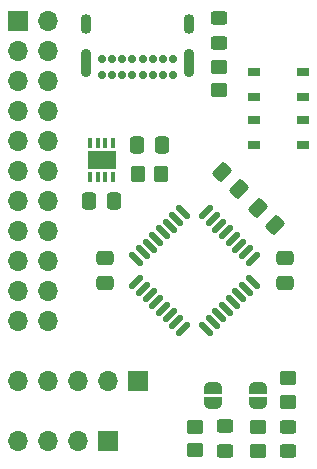
<source format=gbr>
%TF.GenerationSoftware,KiCad,Pcbnew,7.0.7*%
%TF.CreationDate,2024-08-30T14:39:58-05:00*%
%TF.ProjectId,ex4,6578342e-6b69-4636-9164-5f7063625858,rev?*%
%TF.SameCoordinates,Original*%
%TF.FileFunction,Soldermask,Top*%
%TF.FilePolarity,Negative*%
%FSLAX46Y46*%
G04 Gerber Fmt 4.6, Leading zero omitted, Abs format (unit mm)*
G04 Created by KiCad (PCBNEW 7.0.7) date 2024-08-30 14:39:58*
%MOMM*%
%LPD*%
G01*
G04 APERTURE LIST*
G04 Aperture macros list*
%AMRoundRect*
0 Rectangle with rounded corners*
0 $1 Rounding radius*
0 $2 $3 $4 $5 $6 $7 $8 $9 X,Y pos of 4 corners*
0 Add a 4 corners polygon primitive as box body*
4,1,4,$2,$3,$4,$5,$6,$7,$8,$9,$2,$3,0*
0 Add four circle primitives for the rounded corners*
1,1,$1+$1,$2,$3*
1,1,$1+$1,$4,$5*
1,1,$1+$1,$6,$7*
1,1,$1+$1,$8,$9*
0 Add four rect primitives between the rounded corners*
20,1,$1+$1,$2,$3,$4,$5,0*
20,1,$1+$1,$4,$5,$6,$7,0*
20,1,$1+$1,$6,$7,$8,$9,0*
20,1,$1+$1,$8,$9,$2,$3,0*%
%AMFreePoly0*
4,1,19,0.500000,-0.750000,0.000000,-0.750000,0.000000,-0.744911,-0.071157,-0.744911,-0.207708,-0.704816,-0.327430,-0.627875,-0.420627,-0.520320,-0.479746,-0.390866,-0.500000,-0.250000,-0.500000,0.250000,-0.479746,0.390866,-0.420627,0.520320,-0.327430,0.627875,-0.207708,0.704816,-0.071157,0.744911,0.000000,0.744911,0.000000,0.750000,0.500000,0.750000,0.500000,-0.750000,0.500000,-0.750000,
$1*%
%AMFreePoly1*
4,1,19,0.000000,0.744911,0.071157,0.744911,0.207708,0.704816,0.327430,0.627875,0.420627,0.520320,0.479746,0.390866,0.500000,0.250000,0.500000,-0.250000,0.479746,-0.390866,0.420627,-0.520320,0.327430,-0.627875,0.207708,-0.704816,0.071157,-0.744911,0.000000,-0.744911,0.000000,-0.750000,-0.500000,-0.750000,-0.500000,0.750000,0.000000,0.750000,0.000000,0.744911,0.000000,0.744911,
$1*%
G04 Aperture macros list end*
%ADD10C,0.700000*%
%ADD11O,0.900000X1.700000*%
%ADD12O,0.900000X2.400000*%
%ADD13R,2.400000X1.650000*%
%ADD14RoundRect,0.087500X0.087500X-0.337500X0.087500X0.337500X-0.087500X0.337500X-0.087500X-0.337500X0*%
%ADD15RoundRect,0.125000X-0.353553X0.530330X-0.530330X0.353553X0.353553X-0.530330X0.530330X-0.353553X0*%
%ADD16RoundRect,0.125000X0.353553X0.530330X-0.530330X-0.353553X-0.353553X-0.530330X0.530330X0.353553X0*%
%ADD17R,1.050000X0.650000*%
%ADD18RoundRect,0.250000X-0.450000X0.350000X-0.450000X-0.350000X0.450000X-0.350000X0.450000X0.350000X0*%
%ADD19RoundRect,0.250000X0.450000X-0.350000X0.450000X0.350000X-0.450000X0.350000X-0.450000X-0.350000X0*%
%ADD20RoundRect,0.250000X-0.350000X-0.450000X0.350000X-0.450000X0.350000X0.450000X-0.350000X0.450000X0*%
%ADD21FreePoly0,90.000000*%
%ADD22FreePoly1,90.000000*%
%ADD23R,1.700000X1.700000*%
%ADD24O,1.700000X1.700000*%
%ADD25RoundRect,0.250000X-0.450000X0.325000X-0.450000X-0.325000X0.450000X-0.325000X0.450000X0.325000X0*%
%ADD26RoundRect,0.250000X0.475000X-0.337500X0.475000X0.337500X-0.475000X0.337500X-0.475000X-0.337500X0*%
%ADD27RoundRect,0.250000X0.574524X0.097227X0.097227X0.574524X-0.574524X-0.097227X-0.097227X-0.574524X0*%
%ADD28RoundRect,0.250000X-0.475000X0.337500X-0.475000X-0.337500X0.475000X-0.337500X0.475000X0.337500X0*%
%ADD29RoundRect,0.250000X-0.574524X-0.097227X-0.097227X-0.574524X0.574524X0.097227X0.097227X0.574524X0*%
%ADD30RoundRect,0.250000X-0.337500X-0.475000X0.337500X-0.475000X0.337500X0.475000X-0.337500X0.475000X0*%
G04 APERTURE END LIST*
D10*
%TO.C,J1*%
X32178000Y-27396000D03*
X31328000Y-27396000D03*
X30478000Y-27396000D03*
X29628000Y-27396000D03*
X28778000Y-27396000D03*
X27928000Y-27396000D03*
X27078000Y-27396000D03*
X26228000Y-27396000D03*
X26228000Y-26046000D03*
X27078000Y-26046000D03*
X27928000Y-26046000D03*
X28778000Y-26046000D03*
X29628000Y-26046000D03*
X30478000Y-26046000D03*
X31328000Y-26046000D03*
X32178000Y-26046000D03*
D11*
X24878000Y-23036000D03*
X33528000Y-23036000D03*
D12*
X24878000Y-26416000D03*
X33528000Y-26416000D03*
%TD*%
D13*
%TO.C,U2*%
X26162000Y-34618000D03*
D14*
X25187000Y-33168000D03*
X25837000Y-33168000D03*
X26487000Y-33168000D03*
X27137000Y-33168000D03*
X27137000Y-36068000D03*
X26487000Y-36068000D03*
X25837000Y-36068000D03*
X25187000Y-36068000D03*
%TD*%
D15*
%TO.C,U1*%
X38968070Y-44914272D03*
X38402384Y-45479957D03*
X37836699Y-46045643D03*
X37271014Y-46611328D03*
X36705328Y-47177014D03*
X36139643Y-47742699D03*
X35573957Y-48308384D03*
X35008272Y-48874070D03*
D16*
X33063728Y-48874070D03*
X32498043Y-48308384D03*
X31932357Y-47742699D03*
X31366672Y-47177014D03*
X30800986Y-46611328D03*
X30235301Y-46045643D03*
X29669616Y-45479957D03*
X29103930Y-44914272D03*
D15*
X29103930Y-42969728D03*
X29669616Y-42404043D03*
X30235301Y-41838357D03*
X30800986Y-41272672D03*
X31366672Y-40706986D03*
X31932357Y-40141301D03*
X32498043Y-39575616D03*
X33063728Y-39009930D03*
D16*
X35008272Y-39009930D03*
X35573957Y-39575616D03*
X36139643Y-40141301D03*
X36705328Y-40706986D03*
X37271014Y-41272672D03*
X37836699Y-41838357D03*
X38402384Y-42404043D03*
X38968070Y-42969728D03*
%TD*%
D17*
%TO.C,SW2*%
X43223000Y-33333000D03*
X39073000Y-33333000D03*
X39073000Y-31183000D03*
X43223000Y-31183000D03*
%TD*%
%TO.C,SW1*%
X39073000Y-27119000D03*
X43223000Y-27119000D03*
X43223000Y-29269000D03*
X39073000Y-29269000D03*
%TD*%
D18*
%TO.C,R5*%
X39370000Y-57191000D03*
X39370000Y-59191000D03*
%TD*%
%TO.C,R4*%
X34036000Y-57159000D03*
X34036000Y-59159000D03*
%TD*%
D19*
%TO.C,R3*%
X36068000Y-28686000D03*
X36068000Y-26686000D03*
%TD*%
D18*
%TO.C,R2*%
X41910000Y-53086000D03*
X41910000Y-55086000D03*
%TD*%
D20*
%TO.C,R1*%
X31226000Y-35814000D03*
X29226000Y-35814000D03*
%TD*%
D21*
%TO.C,JP2*%
X39370000Y-55159000D03*
D22*
X39370000Y-53859000D03*
%TD*%
%TO.C,JP1*%
X35560000Y-53857000D03*
D21*
X35560000Y-55157000D03*
%TD*%
D23*
%TO.C,J4*%
X19050000Y-22860000D03*
D24*
X21590000Y-22860000D03*
X19050000Y-25400000D03*
X21590000Y-25400000D03*
X19050000Y-27940000D03*
X21590000Y-27940000D03*
X19050000Y-30480000D03*
X21590000Y-30480000D03*
X19050000Y-33020000D03*
X21590000Y-33020000D03*
X19050000Y-35560000D03*
X21590000Y-35560000D03*
X19050000Y-38100000D03*
X21590000Y-38100000D03*
X19050000Y-40640000D03*
X21590000Y-40640000D03*
X19050000Y-43180000D03*
X21590000Y-43180000D03*
X19050000Y-45720000D03*
X21590000Y-45720000D03*
X19050000Y-48260000D03*
X21590000Y-48260000D03*
%TD*%
D23*
%TO.C,J3*%
X26670000Y-58420000D03*
D24*
X24130000Y-58420000D03*
X21590000Y-58420000D03*
X19050000Y-58420000D03*
%TD*%
D23*
%TO.C,J2*%
X29210000Y-53340000D03*
D24*
X26670000Y-53340000D03*
X24130000Y-53340000D03*
X21590000Y-53340000D03*
X19050000Y-53340000D03*
%TD*%
D25*
%TO.C,D3*%
X41910000Y-57182000D03*
X41910000Y-59232000D03*
%TD*%
%TO.C,D2*%
X36576000Y-57141000D03*
X36576000Y-59191000D03*
%TD*%
%TO.C,D1*%
X36068000Y-22597000D03*
X36068000Y-24647000D03*
%TD*%
D26*
%TO.C,C6*%
X26416000Y-44979500D03*
X26416000Y-42904500D03*
%TD*%
D27*
%TO.C,C5*%
X37817623Y-37055623D03*
X36350377Y-35588377D03*
%TD*%
D28*
%TO.C,C4*%
X41656000Y-42904500D03*
X41656000Y-44979500D03*
%TD*%
D29*
%TO.C,C3*%
X39398377Y-38636377D03*
X40865623Y-40103623D03*
%TD*%
D30*
%TO.C,C2*%
X25103000Y-38100000D03*
X27178000Y-38100000D03*
%TD*%
%TO.C,C1*%
X31263500Y-33348000D03*
X29188500Y-33348000D03*
%TD*%
M02*

</source>
